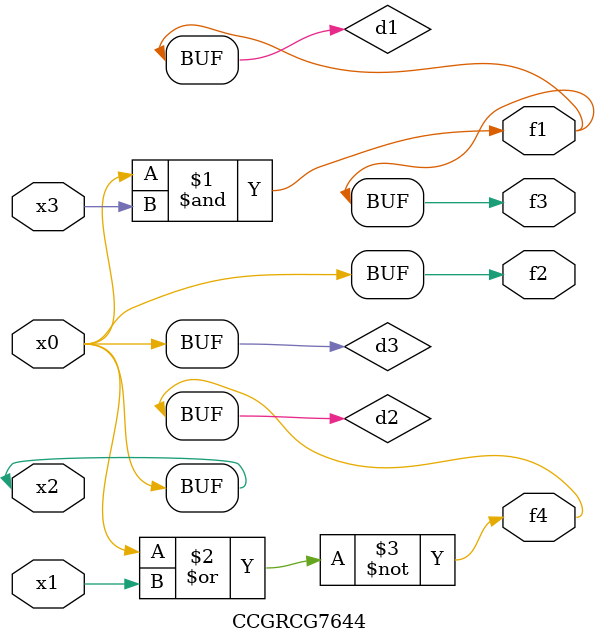
<source format=v>
module CCGRCG7644(
	input x0, x1, x2, x3,
	output f1, f2, f3, f4
);

	wire d1, d2, d3;

	and (d1, x2, x3);
	nor (d2, x0, x1);
	buf (d3, x0, x2);
	assign f1 = d1;
	assign f2 = d3;
	assign f3 = d1;
	assign f4 = d2;
endmodule

</source>
